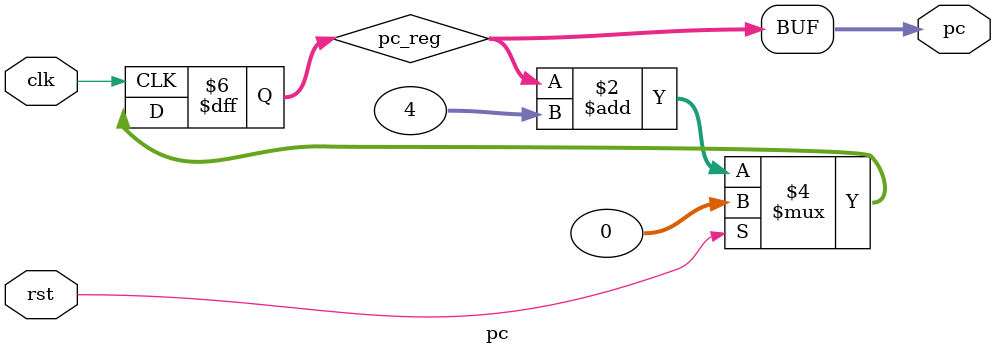
<source format=v>

module pc
  (
   output [31:0] pc,
   input         clk,
   input         rst
   );

    reg [31:0]   pc_reg;
    assign pc = pc_reg;

    always@(posedge clk)
    begin
        if(rst)
        begin
            pc_reg <= 32'd0;
        end
        else
        begin
            pc_reg <= pc_reg + 32'd4;
        end
    end // always@ (posedge clk)
endmodule // pc

</source>
